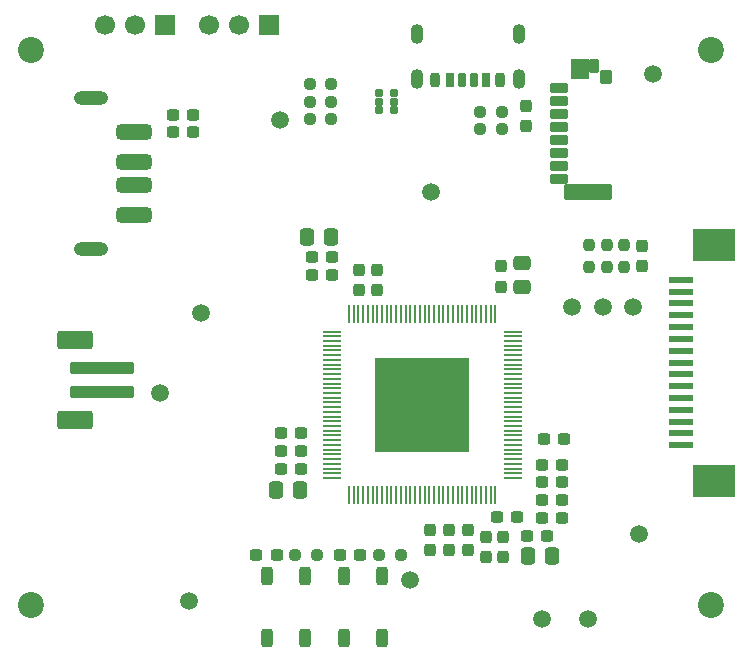
<source format=gts>
%TF.GenerationSoftware,KiCad,Pcbnew,9.0.6*%
%TF.CreationDate,2025-11-10T09:58:37-05:00*%
%TF.ProjectId,CameraPCB,43616d65-7261-4504-9342-2e6b69636164,rev?*%
%TF.SameCoordinates,Original*%
%TF.FileFunction,Soldermask,Top*%
%TF.FilePolarity,Negative*%
%FSLAX46Y46*%
G04 Gerber Fmt 4.6, Leading zero omitted, Abs format (unit mm)*
G04 Created by KiCad (PCBNEW 9.0.6) date 2025-11-10 09:58:37*
%MOMM*%
%LPD*%
G01*
G04 APERTURE LIST*
G04 Aperture macros list*
%AMRoundRect*
0 Rectangle with rounded corners*
0 $1 Rounding radius*
0 $2 $3 $4 $5 $6 $7 $8 $9 X,Y pos of 4 corners*
0 Add a 4 corners polygon primitive as box body*
4,1,4,$2,$3,$4,$5,$6,$7,$8,$9,$2,$3,0*
0 Add four circle primitives for the rounded corners*
1,1,$1+$1,$2,$3*
1,1,$1+$1,$4,$5*
1,1,$1+$1,$6,$7*
1,1,$1+$1,$8,$9*
0 Add four rect primitives between the rounded corners*
20,1,$1+$1,$2,$3,$4,$5,0*
20,1,$1+$1,$4,$5,$6,$7,0*
20,1,$1+$1,$6,$7,$8,$9,0*
20,1,$1+$1,$8,$9,$2,$3,0*%
G04 Aperture macros list end*
%ADD10RoundRect,0.237500X-0.300000X-0.237500X0.300000X-0.237500X0.300000X0.237500X-0.300000X0.237500X0*%
%ADD11RoundRect,0.237500X-0.250000X-0.237500X0.250000X-0.237500X0.250000X0.237500X-0.250000X0.237500X0*%
%ADD12C,2.200000*%
%ADD13RoundRect,0.237500X0.300000X0.237500X-0.300000X0.237500X-0.300000X-0.237500X0.300000X-0.237500X0*%
%ADD14C,1.500000*%
%ADD15RoundRect,0.237500X-0.237500X0.250000X-0.237500X-0.250000X0.237500X-0.250000X0.237500X0.250000X0*%
%ADD16RoundRect,0.237500X0.237500X-0.300000X0.237500X0.300000X-0.237500X0.300000X-0.237500X-0.300000X0*%
%ADD17RoundRect,0.325000X-1.175000X0.325000X-1.175000X-0.325000X1.175000X-0.325000X1.175000X0.325000X0*%
%ADD18O,2.900000X1.200000*%
%ADD19RoundRect,0.250000X0.250000X-0.525000X0.250000X0.525000X-0.250000X0.525000X-0.250000X-0.525000X0*%
%ADD20RoundRect,0.250000X2.500000X-0.250000X2.500000X0.250000X-2.500000X0.250000X-2.500000X-0.250000X0*%
%ADD21RoundRect,0.250000X1.250000X-0.550000X1.250000X0.550000X-1.250000X0.550000X-1.250000X-0.550000X0*%
%ADD22R,1.700000X1.700000*%
%ADD23C,1.700000*%
%ADD24RoundRect,0.237500X0.250000X0.237500X-0.250000X0.237500X-0.250000X-0.237500X0.250000X-0.237500X0*%
%ADD25RoundRect,0.250000X-0.475000X0.337500X-0.475000X-0.337500X0.475000X-0.337500X0.475000X0.337500X0*%
%ADD26RoundRect,0.237500X-0.237500X0.300000X-0.237500X-0.300000X0.237500X-0.300000X0.237500X0.300000X0*%
%ADD27R,2.000000X0.610000*%
%ADD28R,3.600000X2.680000*%
%ADD29RoundRect,0.250000X0.337500X0.475000X-0.337500X0.475000X-0.337500X-0.475000X0.337500X-0.475000X0*%
%ADD30RoundRect,0.250000X-0.337500X-0.475000X0.337500X-0.475000X0.337500X0.475000X-0.337500X0.475000X0*%
%ADD31RoundRect,0.175000X0.175000X0.425000X-0.175000X0.425000X-0.175000X-0.425000X0.175000X-0.425000X0*%
%ADD32RoundRect,0.190000X-0.190000X-0.410000X0.190000X-0.410000X0.190000X0.410000X-0.190000X0.410000X0*%
%ADD33RoundRect,0.200000X-0.200000X-0.400000X0.200000X-0.400000X0.200000X0.400000X-0.200000X0.400000X0*%
%ADD34RoundRect,0.175000X-0.175000X-0.425000X0.175000X-0.425000X0.175000X0.425000X-0.175000X0.425000X0*%
%ADD35RoundRect,0.190000X0.190000X0.410000X-0.190000X0.410000X-0.190000X-0.410000X0.190000X-0.410000X0*%
%ADD36RoundRect,0.200000X0.200000X0.400000X-0.200000X0.400000X-0.200000X-0.400000X0.200000X-0.400000X0*%
%ADD37O,1.100000X1.700000*%
%ADD38RoundRect,0.020000X0.280000X0.280000X-0.280000X0.280000X-0.280000X-0.280000X0.280000X-0.280000X0*%
%ADD39RoundRect,0.020000X0.280000X0.255000X-0.280000X0.255000X-0.280000X-0.255000X0.280000X-0.255000X0*%
%ADD40RoundRect,0.102000X0.625000X-0.300000X0.625000X0.300000X-0.625000X0.300000X-0.625000X-0.300000X0*%
%ADD41RoundRect,0.102000X0.425000X-0.475000X0.425000X0.475000X-0.425000X0.475000X-0.425000X-0.475000X0*%
%ADD42RoundRect,0.102000X0.300000X-0.500000X0.300000X0.500000X-0.300000X0.500000X-0.300000X-0.500000X0*%
%ADD43RoundRect,0.102000X1.895000X-0.600000X1.895000X0.600000X-1.895000X0.600000X-1.895000X-0.600000X0*%
%ADD44RoundRect,0.102000X0.700000X-0.725000X0.700000X0.725000X-0.700000X0.725000X-0.700000X-0.725000X0*%
%ADD45RoundRect,0.062500X-0.675000X-0.062500X0.675000X-0.062500X0.675000X0.062500X-0.675000X0.062500X0*%
%ADD46RoundRect,0.062500X-0.062500X-0.675000X0.062500X-0.675000X0.062500X0.675000X-0.062500X0.675000X0*%
%ADD47R,8.000000X8.000000*%
G04 APERTURE END LIST*
D10*
%TO.C,C29*%
X140137500Y-100500000D03*
X141862500Y-100500000D03*
%TD*%
D11*
%TO.C,R17*%
X157037500Y-73250000D03*
X158862500Y-73250000D03*
%TD*%
D12*
%TO.C,H4*%
X176600000Y-115000000D03*
%TD*%
D11*
%TO.C,R16*%
X157037500Y-74750000D03*
X158862500Y-74750000D03*
%TD*%
D12*
%TO.C,H1*%
X176600000Y-68000000D03*
%TD*%
D13*
%TO.C,C11*%
X163962500Y-106150000D03*
X162237500Y-106150000D03*
%TD*%
D14*
%TO.C,TP9*%
X152900000Y-80100000D03*
%TD*%
D15*
%TO.C,R12*%
X167750000Y-84587500D03*
X167750000Y-86412500D03*
%TD*%
D16*
%TO.C,C23*%
X156000000Y-110362500D03*
X156000000Y-108637500D03*
%TD*%
D14*
%TO.C,TP30*%
X170500000Y-109000000D03*
%TD*%
D10*
%TO.C,C26*%
X140137500Y-103500000D03*
X141862500Y-103500000D03*
%TD*%
D13*
%TO.C,C10*%
X163962500Y-104650000D03*
X162237500Y-104650000D03*
%TD*%
D17*
%TO.C,J2*%
X127750000Y-75000000D03*
X127750000Y-77500000D03*
X127750000Y-79500000D03*
X127750000Y-82000000D03*
D18*
X124050000Y-72100000D03*
X124050000Y-84900000D03*
%TD*%
D19*
%TO.C,SW2*%
X139000000Y-117825000D03*
X139000000Y-112575000D03*
X142200000Y-117825000D03*
X142200000Y-112575000D03*
%TD*%
D14*
%TO.C,TP13*%
X132400000Y-114700000D03*
%TD*%
D16*
%TO.C,C34*%
X160900000Y-74462500D03*
X160900000Y-72737500D03*
%TD*%
D14*
%TO.C,TP25*%
X167400000Y-89800000D03*
%TD*%
D20*
%TO.C,BT1*%
X125000000Y-97000000D03*
X125000000Y-95000000D03*
D21*
X122750000Y-99400000D03*
X122750000Y-92600000D03*
%TD*%
D10*
%TO.C,C27*%
X140137500Y-102000000D03*
X141862500Y-102000000D03*
%TD*%
D11*
%TO.C,R19*%
X142587500Y-70900000D03*
X144412500Y-70900000D03*
%TD*%
D22*
%TO.C,J5*%
X130315000Y-65950800D03*
D23*
X127775000Y-65950800D03*
X125235000Y-65950800D03*
%TD*%
D14*
%TO.C,TP1*%
X129900000Y-97100000D03*
%TD*%
D24*
%TO.C,R20*%
X150312500Y-110800000D03*
X148487500Y-110800000D03*
%TD*%
D10*
%TO.C,C46*%
X131037500Y-75000000D03*
X132762500Y-75000000D03*
%TD*%
D11*
%TO.C,R28*%
X142587500Y-72400000D03*
X144412500Y-72400000D03*
%TD*%
D25*
%TO.C,C37*%
X160600000Y-86062500D03*
X160600000Y-88137500D03*
%TD*%
D16*
%TO.C,C33*%
X154400000Y-110362500D03*
X154400000Y-108637500D03*
%TD*%
D13*
%TO.C,C76*%
X162712500Y-109150000D03*
X160987500Y-109150000D03*
%TD*%
D14*
%TO.C,TP17*%
X162300000Y-116200000D03*
%TD*%
D13*
%TO.C,C60*%
X139800000Y-110800000D03*
X138075000Y-110800000D03*
%TD*%
D26*
%TO.C,C18*%
X148300000Y-86637500D03*
X148300000Y-88362500D03*
%TD*%
D13*
%TO.C,C59*%
X146862500Y-110800000D03*
X145137500Y-110800000D03*
%TD*%
D15*
%TO.C,R31*%
X166250000Y-84587500D03*
X166250000Y-86412500D03*
%TD*%
D27*
%TO.C,J1*%
X174000000Y-101500000D03*
X174000000Y-100500000D03*
X174000000Y-99500000D03*
X174000000Y-98500000D03*
X174000000Y-97500000D03*
X174000000Y-96500000D03*
X174000000Y-95500000D03*
X174000000Y-94500000D03*
X174000000Y-93500000D03*
X174000000Y-92500000D03*
X174000000Y-91500000D03*
X174000000Y-90500000D03*
X174000000Y-89500000D03*
X174000000Y-88500000D03*
X174000000Y-87500000D03*
D28*
X176800000Y-104490000D03*
X176800000Y-84510000D03*
%TD*%
D16*
%TO.C,C75*%
X157500000Y-110962500D03*
X157500000Y-109237500D03*
%TD*%
D14*
%TO.C,TP11*%
X140100000Y-74000000D03*
%TD*%
D16*
%TO.C,C4*%
X170750000Y-86362500D03*
X170750000Y-84637500D03*
%TD*%
D29*
%TO.C,C7*%
X163137500Y-110900000D03*
X161062500Y-110900000D03*
%TD*%
D11*
%TO.C,R29*%
X142587500Y-73900000D03*
X144412500Y-73900000D03*
%TD*%
D14*
%TO.C,TP26*%
X170000000Y-89800000D03*
%TD*%
D10*
%TO.C,C32*%
X142775000Y-87100000D03*
X144500000Y-87100000D03*
%TD*%
D30*
%TO.C,C25*%
X139712500Y-105250000D03*
X141787500Y-105250000D03*
%TD*%
D15*
%TO.C,R13*%
X169250000Y-84587500D03*
X169250000Y-86412500D03*
%TD*%
D26*
%TO.C,C16*%
X158800000Y-86337500D03*
X158800000Y-88062500D03*
%TD*%
D31*
%TO.C,J6*%
X156500000Y-70580000D03*
D32*
X154480000Y-70580000D03*
D33*
X153250000Y-70580000D03*
D34*
X155500000Y-70580000D03*
D35*
X157520000Y-70580000D03*
D36*
X158750000Y-70580000D03*
D37*
X160320000Y-70500000D03*
X160320000Y-66700000D03*
X151680000Y-70500000D03*
X151680000Y-66700000D03*
%TD*%
D24*
%TO.C,R21*%
X143212500Y-110800000D03*
X141387500Y-110800000D03*
%TD*%
D16*
%TO.C,C8*%
X159000000Y-110962500D03*
X159000000Y-109237500D03*
%TD*%
D10*
%TO.C,C47*%
X131037500Y-73500000D03*
X132762500Y-73500000D03*
%TD*%
D30*
%TO.C,C30*%
X142362500Y-83870800D03*
X144437500Y-83870800D03*
%TD*%
D10*
%TO.C,C12*%
X162237500Y-103150000D03*
X163962500Y-103150000D03*
%TD*%
D38*
%TO.C,D1*%
X149700000Y-73125000D03*
D39*
X149700000Y-72400000D03*
D38*
X149700000Y-71675000D03*
X148500000Y-71675000D03*
D39*
X148500000Y-72400000D03*
D38*
X148500000Y-73125000D03*
%TD*%
D14*
%TO.C,TP27*%
X164800000Y-89800000D03*
%TD*%
D12*
%TO.C,H3*%
X119000000Y-115000000D03*
%TD*%
D26*
%TO.C,C22*%
X146750000Y-86637500D03*
X146750000Y-88362500D03*
%TD*%
D14*
%TO.C,TP12*%
X151100000Y-112900000D03*
%TD*%
%TO.C,TP18*%
X166200000Y-116200000D03*
%TD*%
D10*
%TO.C,C31*%
X142775000Y-85600000D03*
X144500000Y-85600000D03*
%TD*%
D13*
%TO.C,C9*%
X163962500Y-107650000D03*
X162237500Y-107650000D03*
%TD*%
%TO.C,C17*%
X164162500Y-101000000D03*
X162437500Y-101000000D03*
%TD*%
D14*
%TO.C,TP29*%
X171700000Y-70100000D03*
%TD*%
D13*
%TO.C,C13*%
X160162500Y-107600000D03*
X158437500Y-107600000D03*
%TD*%
D12*
%TO.C,H2*%
X119000000Y-68000000D03*
%TD*%
D16*
%TO.C,C28*%
X152800000Y-110362500D03*
X152800000Y-108637500D03*
%TD*%
D40*
%TO.C,J3*%
X163725000Y-71250000D03*
X163725000Y-72350000D03*
X163725000Y-73450000D03*
X163725000Y-74550000D03*
X163725000Y-75650000D03*
X163725000Y-76750000D03*
X163725000Y-77850000D03*
X163725000Y-78950000D03*
D41*
X167675000Y-70325000D03*
D42*
X166700000Y-69400000D03*
D43*
X166205000Y-80100000D03*
D44*
X165450000Y-69625000D03*
%TD*%
D45*
%TO.C,U2*%
X144462500Y-91875000D03*
X144462500Y-92275000D03*
X144462500Y-92675000D03*
X144462500Y-93075000D03*
X144462500Y-93475000D03*
X144462500Y-93875000D03*
X144462500Y-94275000D03*
X144462500Y-94675000D03*
X144462500Y-95075000D03*
X144462500Y-95475000D03*
X144462500Y-95875000D03*
X144462500Y-96275000D03*
X144462500Y-96675000D03*
X144462500Y-97075000D03*
X144462500Y-97475000D03*
X144462500Y-97875000D03*
X144462500Y-98275000D03*
X144462500Y-98675000D03*
X144462500Y-99075000D03*
X144462500Y-99475000D03*
X144462500Y-99875000D03*
X144462500Y-100275000D03*
X144462500Y-100675000D03*
X144462500Y-101075000D03*
X144462500Y-101475000D03*
X144462500Y-101875000D03*
X144462500Y-102275000D03*
X144462500Y-102675000D03*
X144462500Y-103075000D03*
X144462500Y-103475000D03*
X144462500Y-103875000D03*
X144462500Y-104275000D03*
D46*
X145925000Y-105737500D03*
X146325000Y-105737500D03*
X146725000Y-105737500D03*
X147125000Y-105737500D03*
X147525000Y-105737500D03*
X147925000Y-105737500D03*
X148325000Y-105737500D03*
X148725000Y-105737500D03*
X149125000Y-105737500D03*
X149525000Y-105737500D03*
X149925000Y-105737500D03*
X150325000Y-105737500D03*
X150725000Y-105737500D03*
X151125000Y-105737500D03*
X151525000Y-105737500D03*
X151925000Y-105737500D03*
X152325000Y-105737500D03*
X152725000Y-105737500D03*
X153125000Y-105737500D03*
X153525000Y-105737500D03*
X153925000Y-105737500D03*
X154325000Y-105737500D03*
X154725000Y-105737500D03*
X155125000Y-105737500D03*
X155525000Y-105737500D03*
X155925000Y-105737500D03*
X156325000Y-105737500D03*
X156725000Y-105737500D03*
X157125000Y-105737500D03*
X157525000Y-105737500D03*
X157925000Y-105737500D03*
X158325000Y-105737500D03*
D45*
X159787500Y-104275000D03*
X159787500Y-103875000D03*
X159787500Y-103475000D03*
X159787500Y-103075000D03*
X159787500Y-102675000D03*
X159787500Y-102275000D03*
X159787500Y-101875000D03*
X159787500Y-101475000D03*
X159787500Y-101075000D03*
X159787500Y-100675000D03*
X159787500Y-100275000D03*
X159787500Y-99875000D03*
X159787500Y-99475000D03*
X159787500Y-99075000D03*
X159787500Y-98675000D03*
X159787500Y-98275000D03*
X159787500Y-97875000D03*
X159787500Y-97475000D03*
X159787500Y-97075000D03*
X159787500Y-96675000D03*
X159787500Y-96275000D03*
X159787500Y-95875000D03*
X159787500Y-95475000D03*
X159787500Y-95075000D03*
X159787500Y-94675000D03*
X159787500Y-94275000D03*
X159787500Y-93875000D03*
X159787500Y-93475000D03*
X159787500Y-93075000D03*
X159787500Y-92675000D03*
X159787500Y-92275000D03*
X159787500Y-91875000D03*
D46*
X158325000Y-90412500D03*
X157925000Y-90412500D03*
X157525000Y-90412500D03*
X157125000Y-90412500D03*
X156725000Y-90412500D03*
X156325000Y-90412500D03*
X155925000Y-90412500D03*
X155525000Y-90412500D03*
X155125000Y-90412500D03*
X154725000Y-90412500D03*
X154325000Y-90412500D03*
X153925000Y-90412500D03*
X153525000Y-90412500D03*
X153125000Y-90412500D03*
X152725000Y-90412500D03*
X152325000Y-90412500D03*
X151925000Y-90412500D03*
X151525000Y-90412500D03*
X151125000Y-90412500D03*
X150725000Y-90412500D03*
X150325000Y-90412500D03*
X149925000Y-90412500D03*
X149525000Y-90412500D03*
X149125000Y-90412500D03*
X148725000Y-90412500D03*
X148325000Y-90412500D03*
X147925000Y-90412500D03*
X147525000Y-90412500D03*
X147125000Y-90412500D03*
X146725000Y-90412500D03*
X146325000Y-90412500D03*
X145925000Y-90412500D03*
D47*
X152125000Y-98075000D03*
%TD*%
D19*
%TO.C,SW1*%
X145500000Y-117825000D03*
X145500000Y-112575000D03*
X148700000Y-117825000D03*
X148700000Y-112575000D03*
%TD*%
D14*
%TO.C,TP28*%
X133400000Y-90300000D03*
%TD*%
D22*
%TO.C,J4*%
X139180000Y-65950800D03*
D23*
X136640000Y-65950800D03*
X134100000Y-65950800D03*
%TD*%
M02*

</source>
